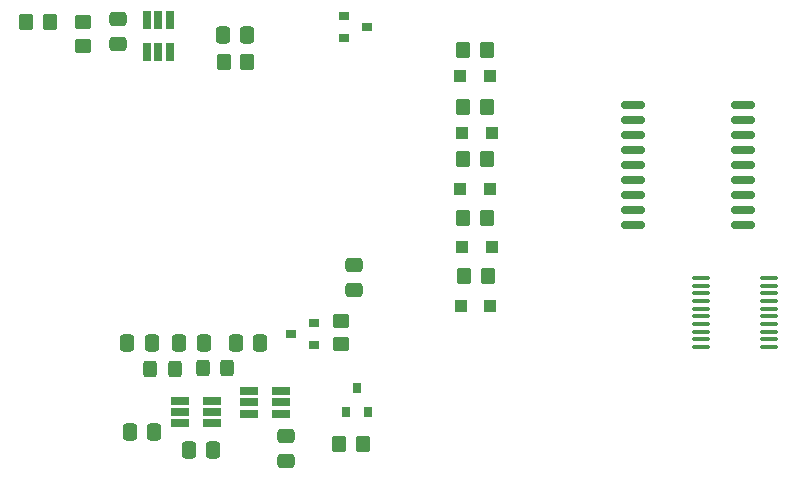
<source format=gbr>
%TF.GenerationSoftware,KiCad,Pcbnew,6.0.2+dfsg-1*%
%TF.CreationDate,2023-03-28T12:08:36-04:00*%
%TF.ProjectId,HL2IOBoard,484c3249-4f42-46f6-9172-642e6b696361,E*%
%TF.SameCoordinates,Original*%
%TF.FileFunction,Paste,Top*%
%TF.FilePolarity,Positive*%
%FSLAX46Y46*%
G04 Gerber Fmt 4.6, Leading zero omitted, Abs format (unit mm)*
G04 Created by KiCad (PCBNEW 6.0.2+dfsg-1) date 2023-03-28 12:08:36*
%MOMM*%
%LPD*%
G01*
G04 APERTURE LIST*
G04 Aperture macros list*
%AMRoundRect*
0 Rectangle with rounded corners*
0 $1 Rounding radius*
0 $2 $3 $4 $5 $6 $7 $8 $9 X,Y pos of 4 corners*
0 Add a 4 corners polygon primitive as box body*
4,1,4,$2,$3,$4,$5,$6,$7,$8,$9,$2,$3,0*
0 Add four circle primitives for the rounded corners*
1,1,$1+$1,$2,$3*
1,1,$1+$1,$4,$5*
1,1,$1+$1,$6,$7*
1,1,$1+$1,$8,$9*
0 Add four rect primitives between the rounded corners*
20,1,$1+$1,$2,$3,$4,$5,0*
20,1,$1+$1,$4,$5,$6,$7,0*
20,1,$1+$1,$6,$7,$8,$9,0*
20,1,$1+$1,$8,$9,$2,$3,0*%
G04 Aperture macros list end*
%ADD10RoundRect,0.250000X-0.337500X-0.475000X0.337500X-0.475000X0.337500X0.475000X-0.337500X0.475000X0*%
%ADD11R,0.900000X0.800000*%
%ADD12RoundRect,0.250000X0.350000X0.450000X-0.350000X0.450000X-0.350000X-0.450000X0.350000X-0.450000X0*%
%ADD13RoundRect,0.250000X0.450000X-0.350000X0.450000X0.350000X-0.450000X0.350000X-0.450000X-0.350000X0*%
%ADD14R,0.650000X1.560000*%
%ADD15R,1.560000X0.650000*%
%ADD16RoundRect,0.250000X-0.450000X0.350000X-0.450000X-0.350000X0.450000X-0.350000X0.450000X0.350000X0*%
%ADD17RoundRect,0.100000X0.637500X0.100000X-0.637500X0.100000X-0.637500X-0.100000X0.637500X-0.100000X0*%
%ADD18RoundRect,0.250000X0.475000X-0.337500X0.475000X0.337500X-0.475000X0.337500X-0.475000X-0.337500X0*%
%ADD19RoundRect,0.250000X0.337500X0.475000X-0.337500X0.475000X-0.337500X-0.475000X0.337500X-0.475000X0*%
%ADD20R,0.800000X0.900000*%
%ADD21RoundRect,0.250000X-0.350000X-0.450000X0.350000X-0.450000X0.350000X0.450000X-0.350000X0.450000X0*%
%ADD22RoundRect,0.250000X0.325000X0.450000X-0.325000X0.450000X-0.325000X-0.450000X0.325000X-0.450000X0*%
%ADD23RoundRect,0.250000X-0.325000X-0.450000X0.325000X-0.450000X0.325000X0.450000X-0.325000X0.450000X0*%
%ADD24R,1.000000X1.000000*%
%ADD25RoundRect,0.150000X0.875000X0.150000X-0.875000X0.150000X-0.875000X-0.150000X0.875000X-0.150000X0*%
G04 APERTURE END LIST*
D10*
%TO.C,C1*%
X122762500Y-116600000D03*
X124837500Y-116600000D03*
%TD*%
%TO.C,C2*%
X117962500Y-116600000D03*
X120037500Y-116600000D03*
%TD*%
%TO.C,C3*%
X113562500Y-116600000D03*
X115637500Y-116600000D03*
%TD*%
D11*
%TO.C,Q1*%
X131900000Y-88850000D03*
X131900000Y-90750000D03*
X133900000Y-89800000D03*
%TD*%
D12*
%TO.C,R2*%
X107000000Y-89400000D03*
X105000000Y-89400000D03*
%TD*%
D13*
%TO.C,R3*%
X109800000Y-91400000D03*
X109800000Y-89400000D03*
%TD*%
D14*
%TO.C,U2*%
X117150000Y-89250000D03*
X116200000Y-89250000D03*
X115250000Y-89250000D03*
X115250000Y-91950000D03*
X116200000Y-91950000D03*
X117150000Y-91950000D03*
%TD*%
D15*
%TO.C,U3*%
X118030000Y-121450000D03*
X118030000Y-122400000D03*
X118030000Y-123350000D03*
X120730000Y-123350000D03*
X120730000Y-122400000D03*
X120730000Y-121450000D03*
%TD*%
D11*
%TO.C,Q2*%
X129400000Y-116750000D03*
X129400000Y-114850000D03*
X127400000Y-115800000D03*
%TD*%
D16*
%TO.C,R5*%
X131700000Y-114700000D03*
X131700000Y-116700000D03*
%TD*%
D17*
%TO.C,U7*%
X167862500Y-116925000D03*
X167862500Y-116275000D03*
X167862500Y-115625000D03*
X167862500Y-114975000D03*
X167862500Y-114325000D03*
X167862500Y-113675000D03*
X167862500Y-113025000D03*
X167862500Y-112375000D03*
X167862500Y-111725000D03*
X167862500Y-111075000D03*
X162137500Y-111075000D03*
X162137500Y-111725000D03*
X162137500Y-112375000D03*
X162137500Y-113025000D03*
X162137500Y-113675000D03*
X162137500Y-114325000D03*
X162137500Y-114975000D03*
X162137500Y-115625000D03*
X162137500Y-116275000D03*
X162137500Y-116925000D03*
%TD*%
D18*
%TO.C,B5*%
X127000000Y-126537500D03*
X127000000Y-124462500D03*
%TD*%
D19*
%TO.C,B7*%
X115837500Y-124100000D03*
X113762500Y-124100000D03*
%TD*%
%TO.C,B6*%
X120837500Y-125600000D03*
X118762500Y-125600000D03*
%TD*%
D18*
%TO.C,B8*%
X112800000Y-91237500D03*
X112800000Y-89162500D03*
%TD*%
D15*
%TO.C,U4*%
X123850000Y-120650000D03*
X123850000Y-121600000D03*
X123850000Y-122550000D03*
X126550000Y-122550000D03*
X126550000Y-121600000D03*
X126550000Y-120650000D03*
%TD*%
D20*
%TO.C,Q4*%
X132050000Y-122400000D03*
X133950000Y-122400000D03*
X133000000Y-120400000D03*
%TD*%
D21*
%TO.C,R6*%
X142070000Y-110920000D03*
X144070000Y-110920000D03*
%TD*%
D12*
%TO.C,R10*%
X133500000Y-125100000D03*
X131500000Y-125100000D03*
%TD*%
D21*
%TO.C,R20*%
X142000000Y-101000000D03*
X144000000Y-101000000D03*
%TD*%
%TO.C,R21*%
X142000000Y-96600000D03*
X144000000Y-96600000D03*
%TD*%
%TO.C,R19*%
X142000000Y-106000000D03*
X144000000Y-106000000D03*
%TD*%
%TO.C,R26*%
X142000000Y-91800000D03*
X144000000Y-91800000D03*
%TD*%
D22*
%TO.C,L1*%
X122025000Y-118730000D03*
X119975000Y-118730000D03*
%TD*%
D23*
%TO.C,L2*%
X115525000Y-118770000D03*
X117575000Y-118770000D03*
%TD*%
D18*
%TO.C,B16*%
X132750000Y-112087500D03*
X132750000Y-110012500D03*
%TD*%
D24*
%TO.C,D2*%
X144290000Y-113410000D03*
X141790000Y-113410000D03*
%TD*%
%TO.C,D3*%
X144430000Y-108450000D03*
X141930000Y-108450000D03*
%TD*%
%TO.C,D4*%
X144250000Y-103500000D03*
X141750000Y-103500000D03*
%TD*%
%TO.C,D5*%
X144450000Y-98800000D03*
X141950000Y-98800000D03*
%TD*%
%TO.C,D7*%
X144250000Y-94000000D03*
X141750000Y-94000000D03*
%TD*%
D10*
%TO.C,B20*%
X121662500Y-90470000D03*
X123737500Y-90470000D03*
%TD*%
D12*
%TO.C,R36*%
X123730000Y-92800000D03*
X121730000Y-92800000D03*
%TD*%
D25*
%TO.C,U8*%
X165730000Y-106560000D03*
X165730000Y-105290000D03*
X165730000Y-104020000D03*
X165730000Y-102750000D03*
X165730000Y-101480000D03*
X165730000Y-100210000D03*
X165730000Y-98940000D03*
X165730000Y-97670000D03*
X165730000Y-96400000D03*
X156430000Y-96400000D03*
X156430000Y-97670000D03*
X156430000Y-98940000D03*
X156430000Y-100210000D03*
X156430000Y-101480000D03*
X156430000Y-102750000D03*
X156430000Y-104020000D03*
X156430000Y-105290000D03*
X156430000Y-106560000D03*
%TD*%
M02*

</source>
